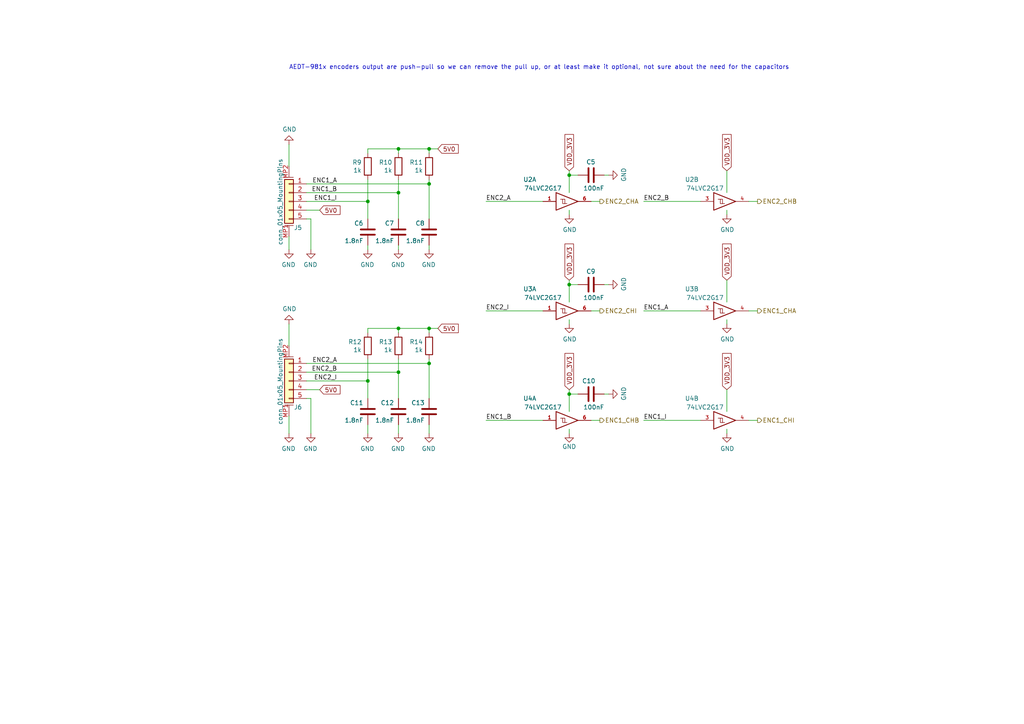
<source format=kicad_sch>
(kicad_sch (version 20211123) (generator eeschema)
  (paper "A4")
  (title_block (title "Open MOtor DRiver Initiative (OMODRI)") (date "2022-10-05") (rev "2.0") (company "LAAS/CNRS"))
  (lib_symbols
    (symbol "74xGxx:74LVC2G17" (pin_names (offset 1.016))
      (property "Reference" "U" (at -2.54 3.81 0))
      (property "Value" "74LVC2G17" (at 0 -3.81 0))
      (symbol "74LVC2G17_0_1"
        (polyline (pts (xy -1.905 0.635) (xy -1.27 0.635) (xy -1.27 -0.635)))
        (polyline (pts (xy -3.81 2.54) (xy -3.81 -2.54) (xy 2.54 0) (xy -3.81 2.54)) (stroke (width 0.254)))
        (polyline (pts (xy -2.54 0.635) (xy -1.905 0.635) (xy -1.905 -0.635) (xy -0.635 -0.635)))
        (pin power_in line (at 0 -2.54 270) (length 0) hide (name "GND") (number "2"))
        (pin power_in line (at 0 2.54 90) (length 0) hide (name "VCC") (number "5"))
      )
      (symbol "74LVC2G17_1_1"
        (pin input line (at -7.62 0 0) (length 3.81) (name "~") (number "1"))
        (pin output line (at 6.35 0 180) (length 3.81) (name "~") (number "6"))
      )
      (symbol "74LVC2G17_2_1"
        (pin input line (at -7.62 0 0) (length 3.81) (name "~") (number "3"))
        (pin output line (at 6.35 0 180) (length 3.81) (name "~") (number "4"))
      )
    )
    (symbol "Device:C" (pin_numbers hide) (pin_names (offset 0.254))
      (property "Reference" "C" (at 0.635 2.54 0))
      (property "Value" "C" (at 0.635 -2.54 0))
      (symbol "C_0_1"
        (polyline (pts (xy -2.032 -0.762) (xy 2.032 -0.762)) (stroke (width 0.508)))
        (polyline (pts (xy -2.032 0.762) (xy 2.032 0.762)) (stroke (width 0.508)))
      )
      (symbol "C_1_1"
        (pin passive line (at 0 3.81 270) (length 2.794) (name "~") (number "1"))
        (pin passive line (at 0 -3.81 90) (length 2.794) (name "~") (number "2"))
      )
    )
    (symbol "Device:R" (pin_numbers hide) (pin_names (offset 0))
      (property "Reference" "R" (at 2.032 0 90))
      (property "Value" "R" (at 0 0 90))
      (symbol "R_0_1"
        (rectangle (start -1.016 -2.54) (end 1.016 2.54) (stroke (width 0.254)))
      )
      (symbol "R_1_1"
        (pin passive line (at 0 3.81 270) (length 1.27) (name "~") (number "1"))
        (pin passive line (at 0 -3.81 90) (length 1.27) (name "~") (number "2"))
      )
    )
    (symbol "omodri_lib:conn_01x05_MountingPins" (pin_names hide)
      (property "Reference" "J" (at 13.97 1.905 0))
      (property "Value" "conn_01x05_MountingPins" (at 14.605 0 0))
      (symbol "conn_01x05_MountingPins_1_1"
        (rectangle (start -1.27 -4.953) (end 0 -5.207) (stroke (width 0.1524)))
        (rectangle (start -1.27 -2.413) (end 0 -2.667) (stroke (width 0.1524)))
        (rectangle (start -1.27 0.127) (end 0 -0.127) (stroke (width 0.1524)))
        (rectangle (start -1.27 2.667) (end 0 2.413) (stroke (width 0.1524)))
        (rectangle (start -1.27 5.207) (end 0 4.953) (stroke (width 0.1524)))
        (rectangle (start -1.27 6.35) (end 1.27 -6.35) (stroke (width 0.254)) (fill (type background)))
        (polyline (pts (xy -1.27 -6.985) (xy 1.27 -6.985)) (stroke (width 0.1524)))
        (polyline (pts (xy 1.27 6.985) (xy -1.27 6.985)) (stroke (width 0.1524)))
        (pin passive line (at -5.08 5.08 0) (length 3.81) (name "Pin_1") (number "1"))
        (pin passive line (at -5.08 2.54 0) (length 3.81) (name "Pin_2") (number "2"))
        (pin passive line (at -5.08 0 0) (length 3.81) (name "Pin_3") (number "3"))
        (pin passive line (at -5.08 -2.54 0) (length 3.81) (name "Pin_4") (number "4"))
        (pin passive line (at -5.08 -5.08 0) (length 3.81) (name "Pin_5") (number "5"))
        (pin passive line (at 0 -10.16 90) (length 3.048) (name "MountPin1") (number "MP1"))
        (pin passive line (at 0 10.16 270) (length 3.048) (name "MountPin2") (number "MP2"))
      )
    )
    (symbol "power:GND" (power) (pin_names (offset 0))
      (property "Value" "GND" (at 0 -3.81 0))
      (symbol "GND_0_1"
        (polyline (pts (xy 0 0) (xy 0 -1.27) (xy 1.27 -1.27) (xy 0 -2.54) (xy -1.27 -1.27) (xy 0 -1.27)))
      )
      (symbol "GND_1_1"
        (pin power_in line (at 0 0 270) (length 0) hide (name "GND") (number "1"))
      )
    )
  )
  (junction (at 124.46 105.41))
  (junction (at 124.46 43.18))
  (junction (at 165.1 50.8))
  (junction (at 124.46 53.34))
  (junction (at 115.57 55.88))
  (junction (at 165.1 82.55))
  (junction (at 124.46 95.25))
  (junction (at 106.68 110.49))
  (junction (at 115.57 107.95))
  (junction (at 115.57 43.18))
  (junction (at 165.1 114.3))
  (junction (at 106.68 58.42))
  (junction (at 115.57 95.25))
  (wire (pts (xy 217.17 121.92) (xy 219.71 121.92)))
  (wire (pts (xy 165.1 81.28) (xy 165.1 82.55)))
  (wire (pts (xy 115.57 43.18) (xy 106.68 43.18)))
  (wire (pts (xy 83.82 120.65) (xy 83.82 125.73)))
  (wire (pts (xy 115.57 107.95) (xy 88.9 107.95)))
  (wire (pts (xy 165.1 124.46) (xy 165.1 125.73)))
  (wire (pts (xy 106.68 104.14) (xy 106.68 110.49)))
  (wire (pts (xy 210.82 113.03) (xy 210.82 119.38)))
  (wire (pts (xy 83.82 68.58) (xy 83.82 72.39)))
  (wire (pts (xy 165.1 113.03) (xy 165.1 114.3)))
  (wire (pts (xy 217.17 58.42) (xy 219.71 58.42)))
  (wire (pts (xy 106.68 43.18) (xy 106.68 44.45)))
  (wire (pts (xy 124.46 95.25) (xy 115.57 95.25)))
  (wire (pts (xy 171.45 121.92) (xy 173.99 121.92)))
  (wire (pts (xy 115.57 95.25) (xy 106.68 95.25)))
  (wire (pts (xy 124.46 53.34) (xy 88.9 53.34)))
  (wire (pts (xy 124.46 115.57) (xy 124.46 105.41)))
  (wire (pts (xy 165.1 50.8) (xy 167.64 50.8)))
  (wire (pts (xy 165.1 92.71) (xy 165.1 93.98)))
  (wire (pts (xy 165.1 114.3) (xy 167.64 114.3)))
  (wire (pts (xy 115.57 52.07) (xy 115.57 55.88)))
  (wire (pts (xy 176.53 82.55) (xy 175.26 82.55)))
  (wire (pts (xy 217.17 90.17) (xy 219.71 90.17)))
  (wire (pts (xy 165.1 114.3) (xy 165.1 119.38)))
  (wire (pts (xy 90.17 63.5) (xy 90.17 72.39)))
  (wire (pts (xy 124.46 105.41) (xy 124.46 104.14)))
  (wire (pts (xy 115.57 55.88) (xy 115.57 63.5)))
  (wire (pts (xy 83.82 41.91) (xy 83.82 48.26)))
  (wire (pts (xy 90.17 63.5) (xy 88.9 63.5)))
  (wire (pts (xy 127 43.18) (xy 124.46 43.18)))
  (wire (pts (xy 115.57 43.18) (xy 115.57 44.45)))
  (wire (pts (xy 140.97 58.42) (xy 157.48 58.42)))
  (wire (pts (xy 127 95.25) (xy 124.46 95.25)))
  (wire (pts (xy 176.53 114.3) (xy 175.26 114.3)))
  (wire (pts (xy 186.69 90.17) (xy 203.2 90.17)))
  (wire (pts (xy 124.46 95.25) (xy 124.46 96.52)))
  (wire (pts (xy 124.46 63.5) (xy 124.46 53.34)))
  (wire (pts (xy 165.1 82.55) (xy 167.64 82.55)))
  (wire (pts (xy 106.68 110.49) (xy 106.68 115.57)))
  (wire (pts (xy 124.46 125.73) (xy 124.46 123.19)))
  (wire (pts (xy 115.57 125.73) (xy 115.57 123.19)))
  (wire (pts (xy 88.9 113.03) (xy 92.71 113.03)))
  (wire (pts (xy 176.53 50.8) (xy 175.26 50.8)))
  (wire (pts (xy 186.69 121.92) (xy 203.2 121.92)))
  (wire (pts (xy 210.82 92.71) (xy 210.82 93.98)))
  (wire (pts (xy 115.57 107.95) (xy 115.57 115.57)))
  (wire (pts (xy 90.17 115.57) (xy 90.17 125.73)))
  (wire (pts (xy 88.9 60.96) (xy 92.71 60.96)))
  (wire (pts (xy 210.82 60.96) (xy 210.82 62.23)))
  (wire (pts (xy 124.46 43.18) (xy 124.46 44.45)))
  (wire (pts (xy 106.68 58.42) (xy 106.68 63.5)))
  (wire (pts (xy 165.1 49.53) (xy 165.1 50.8)))
  (wire (pts (xy 210.82 81.28) (xy 210.82 87.63)))
  (wire (pts (xy 171.45 58.42) (xy 173.99 58.42)))
  (wire (pts (xy 106.68 110.49) (xy 88.9 110.49)))
  (wire (pts (xy 106.68 125.73) (xy 106.68 123.19)))
  (wire (pts (xy 106.68 58.42) (xy 88.9 58.42)))
  (wire (pts (xy 90.17 115.57) (xy 88.9 115.57)))
  (wire (pts (xy 115.57 55.88) (xy 88.9 55.88)))
  (wire (pts (xy 106.68 52.07) (xy 106.68 58.42)))
  (wire (pts (xy 83.82 93.98) (xy 83.82 100.33)))
  (wire (pts (xy 171.45 90.17) (xy 173.99 90.17)))
  (wire (pts (xy 140.97 90.17) (xy 157.48 90.17)))
  (wire (pts (xy 124.46 43.18) (xy 115.57 43.18)))
  (wire (pts (xy 140.97 121.92) (xy 157.48 121.92)))
  (wire (pts (xy 106.68 72.39) (xy 106.68 71.12)))
  (wire (pts (xy 124.46 53.34) (xy 124.46 52.07)))
  (wire (pts (xy 106.68 95.25) (xy 106.68 96.52)))
  (wire (pts (xy 165.1 82.55) (xy 165.1 87.63)))
  (wire (pts (xy 165.1 50.8) (xy 165.1 55.88)))
  (wire (pts (xy 210.82 124.46) (xy 210.82 125.73)))
  (wire (pts (xy 124.46 105.41) (xy 88.9 105.41)))
  (wire (pts (xy 115.57 72.39) (xy 115.57 71.12)))
  (wire (pts (xy 165.1 60.96) (xy 165.1 62.23)))
  (wire (pts (xy 186.69 58.42) (xy 203.2 58.42)))
  (wire (pts (xy 124.46 72.39) (xy 124.46 71.12)))
  (wire (pts (xy 115.57 95.25) (xy 115.57 96.52)))
  (wire (pts (xy 210.82 49.53) (xy 210.82 55.88)))
  (wire (pts (xy 115.57 104.14) (xy 115.57 107.95)))
  (text "AEDT-981x encoders output are push-pull so we can remove the pull up, or at least make it optional, not sure about the need for the capacitors\n" (at 83.82 20.32 0) (effects (font (size 1.27 1.27)) (justify left bottom)))
  (label "ENC1_A" (at 186.69 90.17 0))
  (label "ENC2_I" (at 97.79 110.49 180))
  (label "ENC1_B" (at 140.97 121.92 0))
  (label "ENC1_I" (at 97.79 58.42 180))
  (label "ENC1_A" (at 97.79 53.34 180))
  (label "ENC2_I" (at 140.97 90.17 0))
  (label "ENC2_B" (at 97.79 107.95 180))
  (label "ENC2_A" (at 97.79 105.41 180))
  (label "ENC2_B" (at 186.69 58.42 0))
  (label "ENC1_I" (at 186.69 121.92 0))
  (label "ENC1_B" (at 97.79 55.88 180))
  (label "ENC2_A" (at 140.97 58.42 0))
  (global_label "VDD_3V3" (shape input) (at 210.82 81.28 90) (property "Intersheet References" "${INTERSHEET_REFS}" (effects hide)))
  (global_label "VDD_3V3" (shape input) (at 165.1 49.53 90) (property "Intersheet References" "${INTERSHEET_REFS}" (effects hide)))
  (global_label "VDD_3V3" (shape input) (at 210.82 49.53 90) (property "Intersheet References" "${INTERSHEET_REFS}" (effects hide)))
  (global_label "5V0" (shape input) (at 127 95.25 0) (property "Références Inter-Feuilles" "${INTERSHEET_REFS}" (effects hide)))
  (global_label "VDD_3V3" (shape input) (at 165.1 81.28 90) (property "Intersheet References" "${INTERSHEET_REFS}" (effects hide)))
  (global_label "5V0" (shape input) (at 127 43.18 0) (property "Références Inter-Feuilles" "${INTERSHEET_REFS}" (effects hide)))
  (global_label "VDD_3V3" (shape input) (at 210.82 113.03 90) (property "Intersheet References" "${INTERSHEET_REFS}" (effects hide)))
  (global_label "VDD_3V3" (shape input) (at 165.1 113.03 90) (property "Intersheet References" "${INTERSHEET_REFS}" (effects hide)))
  (global_label "5V0" (shape input) (at 92.71 113.03 0) (property "Références Inter-Feuilles" "${INTERSHEET_REFS}" (effects hide)))
  (global_label "5V0" (shape input) (at 92.71 60.96 0) (property "Références Inter-Feuilles" "${INTERSHEET_REFS}" (effects hide)))
  (hierarchical_label "ENC1_CHA" (shape output) (at 219.71 90.17 0))
  (hierarchical_label "ENC2_CHI" (shape output) (at 173.99 90.17 0))
  (hierarchical_label "ENC1_CHI" (shape output) (at 219.71 121.92 0))
  (hierarchical_label "ENC2_CHA" (shape output) (at 173.99 58.42 0))
  (hierarchical_label "ENC1_CHB" (shape output) (at 173.99 121.92 0))
  (hierarchical_label "ENC2_CHB" (shape output) (at 219.71 58.42 0))
  (symbol (lib_id "power:GND") (at 90.17 125.73 0) (mirror y) (unit 1)
    (property "Reference" "#PWR042" (effects hide))
    (property "Value" "GND" (at 90.043 130.1242 0))
  )
  (symbol (lib_id "Device:R") (at 115.57 100.33 0) (mirror y) (unit 1)
    (property "Reference" "R13" (at 113.792 99.1616 0) (effects (justify left)))
    (property "Value" "1k" (at 113.792 101.473 0) (effects (justify left)))
    (property "Footprint" "Resistor_SMD:R_0201_0603Metric" (effects hide))
    (property "DigiKey" "P122413CT-ND" (effects hide))
    (property "Farnell" "2302336" (effects hide))
    (property "Mouser" "667-ERJ-1GNF1001C" (effects hide))
    (property "Part No" "ERJ-1GNF1001C" (effects hide))
    (property "RS" "179-7127" (effects hide))
  )
  (symbol (lib_id "Device:R") (at 124.46 100.33 0) (mirror y) (unit 1)
    (property "Reference" "R14" (at 122.682 99.1616 0) (effects (justify left)))
    (property "Value" "1k" (at 122.682 101.473 0) (effects (justify left)))
    (property "Footprint" "Resistor_SMD:R_0201_0603Metric" (effects hide))
    (property "DigiKey" "P122413CT-ND" (effects hide))
    (property "Farnell" "2302336" (effects hide))
    (property "Mouser" "667-ERJ-1GNF1001C" (effects hide))
    (property "Part No" "ERJ-1GNF1001C" (effects hide))
    (property "RS" "179-7127" (effects hide))
  )
  (symbol (lib_id "Device:R") (at 124.46 48.26 0) (mirror y) (unit 1)
    (property "Reference" "R11" (at 122.682 47.0916 0) (effects (justify left)))
    (property "Value" "1k" (at 122.682 49.403 0) (effects (justify left)))
    (property "Footprint" "Resistor_SMD:R_0201_0603Metric" (effects hide))
    (property "DigiKey" "P122413CT-ND" (effects hide))
    (property "Farnell" "2302336" (effects hide))
    (property "Mouser" "667-ERJ-1GNF1001C" (effects hide))
    (property "Part No" "ERJ-1GNF1001C" (effects hide))
    (property "RS" "179-7127" (effects hide))
  )
  (symbol (lib_id "Device:C") (at 124.46 67.31 0) (mirror y) (unit 1)
    (property "Reference" "C8" (at 123.19 64.77 0) (effects (justify left)))
    (property "Value" "1.8nF" (at 123.19 69.85 0) (effects (justify left)))
    (property "Footprint" "Capacitor_SMD:C_0201_0603Metric" (effects hide))
    (property "DigiKey" "490-GRM033R71E182KA12DTR-ND" (effects hide))
    (property "Farnell" "2999522" (effects hide))
    (property "Mouser" "81-GRM033R71E182KA2D" (effects hide))
    (property "Part No" "GRM033R71E182KA12D" (effects hide))
    (property "Rated Voltage" "25V" (effects hide))
  )
  (symbol (lib_id "power:GND") (at 106.68 125.73 0) (mirror y) (unit 1)
    (property "Reference" "#PWR043" (effects hide))
    (property "Value" "GND" (at 106.553 130.1242 0))
  )
  (symbol (lib_id "Device:C") (at 124.46 119.38 0) (mirror y) (unit 1)
    (property "Reference" "C13" (at 123.19 116.84 0) (effects (justify left)))
    (property "Value" "1.8nF" (at 123.19 121.92 0) (effects (justify left)))
    (property "Footprint" "Capacitor_SMD:C_0201_0603Metric" (effects hide))
    (property "DigiKey" "490-GRM033R71E182KA12DTR-ND" (effects hide))
    (property "Farnell" "2999522" (effects hide))
    (property "Mouser" "81-GRM033R71E182KA2D" (effects hide))
    (property "Part No" "GRM033R71E182KA12D" (effects hide))
    (property "Rated Voltage" "25V" (effects hide))
  )
  (symbol (lib_id "power:GND") (at 115.57 125.73 0) (mirror y) (unit 1)
    (property "Reference" "#PWR044" (effects hide))
    (property "Value" "GND" (at 115.443 130.1242 0))
  )
  (symbol (lib_id "Device:C") (at 115.57 119.38 0) (mirror y) (unit 1)
    (property "Reference" "C12" (at 114.3 116.84 0) (effects (justify left)))
    (property "Value" "1.8nF" (at 114.3 121.92 0) (effects (justify left)))
    (property "Footprint" "Capacitor_SMD:C_0201_0603Metric" (effects hide))
    (property "DigiKey" "490-GRM033R71E182KA12DTR-ND" (effects hide))
    (property "Farnell" "2999522" (effects hide))
    (property "Mouser" "81-GRM033R71E182KA2D" (effects hide))
    (property "Part No" "GRM033R71E182KA12D" (effects hide))
    (property "Rated Voltage" "25V" (effects hide))
  )
  (symbol (lib_id "power:GND") (at 124.46 125.73 0) (mirror y) (unit 1)
    (property "Reference" "#PWR045" (effects hide))
    (property "Value" "GND" (at 124.333 130.1242 0))
  )
  (symbol (lib_id "power:GND") (at 90.17 72.39 0) (mirror y) (unit 1)
    (property "Reference" "#PWR032" (effects hide))
    (property "Value" "GND" (at 90.043 76.7842 0))
  )
  (symbol (lib_id "Device:R") (at 106.68 100.33 0) (mirror y) (unit 1)
    (property "Reference" "R12" (at 104.902 99.1616 0) (effects (justify left)))
    (property "Value" "1k" (at 104.902 101.473 0) (effects (justify left)))
    (property "Footprint" "Resistor_SMD:R_0201_0603Metric" (effects hide))
    (property "DigiKey" "P122413CT-ND" (effects hide))
    (property "Farnell" "2302336" (effects hide))
    (property "Mouser" "667-ERJ-1GNF1001C" (effects hide))
    (property "Part No" "ERJ-1GNF1001C" (effects hide))
    (property "RS" "179-7127" (effects hide))
  )
  (symbol (lib_id "Device:R") (at 115.57 48.26 0) (mirror y) (unit 1)
    (property "Reference" "R10" (at 113.792 47.0916 0) (effects (justify left)))
    (property "Value" "1k" (at 113.792 49.403 0) (effects (justify left)))
    (property "Footprint" "Resistor_SMD:R_0201_0603Metric" (effects hide))
    (property "DigiKey" "P122413CT-ND" (effects hide))
    (property "Farnell" "2302336" (effects hide))
    (property "Mouser" "667-ERJ-1GNF1001C" (effects hide))
    (property "Part No" "ERJ-1GNF1001C" (effects hide))
    (property "RS" "179-7127" (effects hide))
  )
  (symbol (lib_id "Device:R") (at 106.68 48.26 0) (mirror y) (unit 1)
    (property "Reference" "R9" (at 104.902 47.0916 0) (effects (justify left)))
    (property "Value" "1k" (at 104.902 49.403 0) (effects (justify left)))
    (property "Footprint" "Resistor_SMD:R_0201_0603Metric" (effects hide))
    (property "DigiKey" "P122413CT-ND" (effects hide))
    (property "Farnell" "2302336" (effects hide))
    (property "Mouser" "667-ERJ-1GNF1001C" (effects hide))
    (property "Part No" "ERJ-1GNF1001C" (effects hide))
    (property "RS" "179-7127" (effects hide))
  )
  (symbol (lib_id "Device:C") (at 106.68 67.31 0) (mirror y) (unit 1)
    (property "Reference" "C6" (at 105.41 64.77 0) (effects (justify left)))
    (property "Value" "1.8nF" (at 105.41 69.85 0) (effects (justify left)))
    (property "Footprint" "Capacitor_SMD:C_0201_0603Metric" (effects hide))
    (property "DigiKey" "490-GRM033R71E182KA12DTR-ND" (effects hide))
    (property "Farnell" "2999522" (effects hide))
    (property "Mouser" "81-GRM033R71E182KA2D" (effects hide))
    (property "Part No" "GRM033R71E182KA12D" (effects hide))
    (property "Rated Voltage" "25V" (effects hide))
  )
  (symbol (lib_id "power:GND") (at 106.68 72.39 0) (mirror y) (unit 1)
    (property "Reference" "#PWR033" (effects hide))
    (property "Value" "GND" (at 106.553 76.7842 0))
  )
  (symbol (lib_id "Device:C") (at 115.57 67.31 0) (mirror y) (unit 1)
    (property "Reference" "C7" (at 114.3 64.77 0) (effects (justify left)))
    (property "Value" "1.8nF" (at 114.3 69.85 0) (effects (justify left)))
    (property "Footprint" "Capacitor_SMD:C_0201_0603Metric" (effects hide))
    (property "DigiKey" "490-GRM033R71E182KA12DTR-ND" (effects hide))
    (property "Farnell" "2999522" (effects hide))
    (property "Mouser" "81-GRM033R71E182KA2D" (effects hide))
    (property "Part No" "GRM033R71E182KA12D" (effects hide))
    (property "Rated Voltage" "25V" (effects hide))
  )
  (symbol (lib_id "power:GND") (at 115.57 72.39 0) (mirror y) (unit 1)
    (property "Reference" "#PWR034" (effects hide))
    (property "Value" "GND" (at 115.443 76.7842 0))
  )
  (symbol (lib_id "Device:C") (at 106.68 119.38 0) (mirror y) (unit 1)
    (property "Reference" "C11" (at 105.41 116.84 0) (effects (justify left)))
    (property "Value" "1.8nF" (at 105.41 121.92 0) (effects (justify left)))
    (property "Footprint" "Capacitor_SMD:C_0201_0603Metric" (effects hide))
    (property "DigiKey" "490-GRM033R71E182KA12DTR-ND" (effects hide))
    (property "Farnell" "2999522" (effects hide))
    (property "Mouser" "81-GRM033R71E182KA2D" (effects hide))
    (property "Part No" "GRM033R71E182KA12D" (effects hide))
    (property "Rated Voltage" "25V" (effects hide))
  )
  (symbol (lib_id "power:GND") (at 124.46 72.39 0) (mirror y) (unit 1)
    (property "Reference" "#PWR035" (effects hide))
    (property "Value" "GND" (at 124.333 76.7842 0))
  )
  (symbol (lib_id "74xGxx:74LVC2G17") (at 210.82 121.92 0) (unit 2)
    (property "Reference" "U4" (at 200.66 115.57 0))
    (property "Value" "74LVC2G17" (at 204.47 118.11 0))
    (property "Footprint" "udriver3:SOT886_USON_6_1.45x1.0mm_P0.5mm" (effects hide))
    (property "Datasheet" "http://www.ti.com/lit/sg/scyt129e/scyt129e.pdf" (effects hide))
    (property "DigiKey" "1727-7017-2-ND" (effects hide))
    (property "Mouser" "771-LVC2G17GM115" (effects hide))
    (property "Part No" "74LVC2G17GM,115" (effects hide))
  )
  (symbol (lib_id "power:GND") (at 165.1 125.73 0) (unit 1)
    (property "Reference" "#PWR046" (effects hide))
    (property "Value" "GND" (at 165.1 129.54 0))
  )
  (symbol (lib_id "Device:C") (at 171.45 114.3 90) (unit 1)
    (property "Reference" "C10" (at 172.72 110.49 90) (effects (justify left)))
    (property "Value" "100nF" (at 175.26 118.11 90) (effects (justify left)))
    (property "Footprint" "Capacitor_SMD:C_0201_0603Metric" (effects hide))
    (property "DigiKey" "490-14571-1-ND" (effects hide))
    (property "Farnell" "3790414" (effects hide))
    (property "Mouser" "81-GRM033R61E104KE4J" (effects hide))
    (property "Part No" "GRM033R61E104KE14J" (effects hide))
    (property "RS" "185-2066" (effects hide))
    (property "Rated Voltage" "25V" (effects hide))
  )
  (symbol (lib_id "power:GND") (at 83.82 93.98 0) (mirror x) (unit 1)
    (property "Reference" "#PWR037" (effects hide))
    (property "Value" "GND" (at 83.947 89.5858 0))
  )
  (symbol (lib_id "omodri_lib:conn_01x05_MountingPins") (at 83.82 110.49 0) (mirror y) (unit 1)
    (property "Reference" "J6" (at 87.63 118.11 0) (effects (justify left)))
    (property "Value" "conn_01x05_MountingPins" (at 81.28 123.19 90) (effects (justify left)))
    (property "Footprint" "udriver3:Hirose_DF13_05P-1.25H_1x05_P1.25mm_Right_angle" (effects hide))
    (property "DigiKey" "H126405-ND" (effects hide))
    (property "Farnell" "3019728" (effects hide))
    (property "Mouser" "798-DF13-5P-1.25H76" (effects hide))
    (property "Part No" "DF13-5P-1.25H(76)" (effects hide))
    (property "RS" "188-6306" (effects hide))
  )
  (symbol (lib_id "Device:C") (at 171.45 50.8 90) (unit 1)
    (property "Reference" "C5" (at 172.72 46.99 90) (effects (justify left)))
    (property "Value" "100nF" (at 175.26 54.61 90) (effects (justify left)))
    (property "Footprint" "Capacitor_SMD:C_0201_0603Metric" (effects hide))
    (property "DigiKey" "490-14571-1-ND" (effects hide))
    (property "Farnell" "3790414" (effects hide))
    (property "Mouser" "81-GRM033R61E104KE4J" (effects hide))
    (property "Part No" "GRM033R61E104KE14J" (effects hide))
    (property "RS" "185-2066" (effects hide))
    (property "Rated Voltage" "25V" (effects hide))
  )
  (symbol (lib_id "74xGxx:74LVC2G17") (at 165.1 58.42 0) (unit 1)
    (property "Reference" "U2" (at 153.67 52.07 0))
    (property "Value" "74LVC2G17" (at 157.48 54.61 0))
    (property "Footprint" "udriver3:SOT886_USON_6_1.45x1.0mm_P0.5mm" (effects hide))
    (property "Datasheet" "http://www.ti.com/lit/sg/scyt129e/scyt129e.pdf" (effects hide))
    (property "DigiKey" "1727-7017-2-ND" (effects hide))
    (property "Mouser" "771-LVC2G17GM115" (effects hide))
    (property "Part No" "74LVC2G17GM,115" (effects hide))
  )
  (symbol (lib_id "power:GND") (at 176.53 50.8 90) (unit 1)
    (property "Reference" "#PWR028" (effects hide))
    (property "Value" "GND" (at 180.9242 50.673 0))
  )
  (symbol (lib_id "power:GND") (at 176.53 114.3 90) (unit 1)
    (property "Reference" "#PWR040" (effects hide))
    (property "Value" "GND" (at 180.9242 114.173 0))
  )
  (symbol (lib_id "74xGxx:74LVC2G17") (at 210.82 58.42 0) (unit 2)
    (property "Reference" "U2" (at 200.66 52.07 0))
    (property "Value" "74LVC2G17" (at 204.47 54.61 0))
    (property "Footprint" "udriver3:SOT886_USON_6_1.45x1.0mm_P0.5mm" (effects hide))
    (property "Datasheet" "http://www.ti.com/lit/sg/scyt129e/scyt129e.pdf" (effects hide))
    (property "DigiKey" "1727-7017-2-ND" (effects hide))
    (property "Mouser" "771-LVC2G17GM115" (effects hide))
    (property "Part No" "74LVC2G17GM,115" (effects hide))
  )
  (symbol (lib_id "74xGxx:74LVC2G17") (at 165.1 121.92 0) (unit 1)
    (property "Reference" "U4" (at 153.67 115.57 0))
    (property "Value" "74LVC2G17" (at 157.48 118.11 0))
    (property "Footprint" "udriver3:SOT886_USON_6_1.45x1.0mm_P0.5mm" (effects hide))
    (property "Datasheet" "http://www.ti.com/lit/sg/scyt129e/scyt129e.pdf" (effects hide))
    (property "DigiKey" "1727-7017-2-ND" (effects hide))
    (property "Mouser" "771-LVC2G17GM115" (effects hide))
    (property "Part No" "74LVC2G17GM,115" (effects hide))
  )
  (symbol (lib_id "power:GND") (at 165.1 93.98 0) (unit 1)
    (property "Reference" "#PWR038" (effects hide))
    (property "Value" "GND" (at 165.227 98.3742 0))
  )
  (symbol (lib_id "power:GND") (at 83.82 125.73 0) (mirror y) (unit 1)
    (property "Reference" "#PWR041" (effects hide))
    (property "Value" "GND" (at 83.693 130.1242 0))
  )
  (symbol (lib_id "power:GND") (at 176.53 82.55 90) (unit 1)
    (property "Reference" "#PWR036" (effects hide))
    (property "Value" "GND" (at 180.9242 82.423 0))
  )
  (symbol (lib_id "omodri_lib:conn_01x05_MountingPins") (at 83.82 58.42 0) (mirror y) (unit 1)
    (property "Reference" "J5" (at 87.63 66.04 0) (effects (justify left)))
    (property "Value" "conn_01x05_MountingPins" (at 81.28 71.12 90) (effects (justify left)))
    (property "Footprint" "udriver3:Hirose_DF13_05P-1.25H_1x05_P1.25mm_Right_angle" (effects hide))
    (property "DigiKey" "H126405-ND" (effects hide))
    (property "Farnell" "3019728" (effects hide))
    (property "Mouser" "798-DF13-5P-1.25H76" (effects hide))
    (property "Part No" "DF13-5P-1.25H(76)" (effects hide))
    (property "RS" "188-6306" (effects hide))
  )
  (symbol (lib_id "Device:C") (at 171.45 82.55 90) (unit 1)
    (property "Reference" "C9" (at 172.72 78.74 90) (effects (justify left)))
    (property "Value" "100nF" (at 175.26 86.36 90) (effects (justify left)))
    (property "Footprint" "Capacitor_SMD:C_0201_0603Metric" (effects hide))
    (property "DigiKey" "490-14571-1-ND" (effects hide))
    (property "Farnell" "3790414" (effects hide))
    (property "Mouser" "81-GRM033R61E104KE4J" (effects hide))
    (property "Part No" "GRM033R61E104KE14J" (effects hide))
    (property "RS" "185-2066" (effects hide))
    (property "Rated Voltage" "25V" (effects hide))
  )
  (symbol (lib_id "power:GND") (at 165.1 62.23 0) (unit 1)
    (property "Reference" "#PWR029" (effects hide))
    (property "Value" "GND" (at 165.227 66.6242 0))
  )
  (symbol (lib_id "power:GND") (at 210.82 93.98 0) (unit 1)
    (property "Reference" "#PWR039" (effects hide))
    (property "Value" "GND" (at 210.947 98.3742 0))
  )
  (symbol (lib_id "power:GND") (at 83.82 41.91 0) (mirror x) (unit 1)
    (property "Reference" "#PWR027" (effects hide))
    (property "Value" "GND" (at 83.947 37.5158 0))
  )
  (symbol (lib_id "power:GND") (at 210.82 62.23 0) (unit 1)
    (property "Reference" "#PWR030" (effects hide))
    (property "Value" "GND" (at 210.947 66.6242 0))
  )
  (symbol (lib_id "power:GND") (at 83.82 72.39 0) (mirror y) (unit 1)
    (property "Reference" "#PWR031" (effects hide))
    (property "Value" "GND" (at 83.693 76.7842 0))
  )
  (symbol (lib_id "74xGxx:74LVC2G17") (at 165.1 90.17 0) (unit 1)
    (property "Reference" "U3" (at 153.67 83.82 0))
    (property "Value" "74LVC2G17" (at 157.48 86.36 0))
    (property "Footprint" "udriver3:SOT886_USON_6_1.45x1.0mm_P0.5mm" (effects hide))
    (property "Datasheet" "http://www.ti.com/lit/sg/scyt129e/scyt129e.pdf" (effects hide))
    (property "DigiKey" "1727-7017-2-ND" (effects hide))
    (property "Mouser" "771-LVC2G17GM115" (effects hide))
    (property "Part No" "74LVC2G17GM,115" (effects hide))
  )
  (symbol (lib_id "74xGxx:74LVC2G17") (at 210.82 90.17 0) (unit 2)
    (property "Reference" "U3" (at 200.66 83.82 0))
    (property "Value" "74LVC2G17" (at 204.47 86.36 0))
    (property "Footprint" "udriver3:SOT886_USON_6_1.45x1.0mm_P0.5mm" (effects hide))
    (property "Datasheet" "http://www.ti.com/lit/sg/scyt129e/scyt129e.pdf" (effects hide))
    (property "DigiKey" "1727-7017-2-ND" (effects hide))
    (property "Mouser" "771-LVC2G17GM115" (effects hide))
    (property "Part No" "74LVC2G17GM,115" (effects hide))
  )
  (symbol (lib_id "power:GND") (at 210.82 125.73 0) (unit 1)
    (property "Reference" "#PWR047" (effects hide))
    (property "Value" "GND" (at 210.947 130.1242 0))
  )
)
</source>
